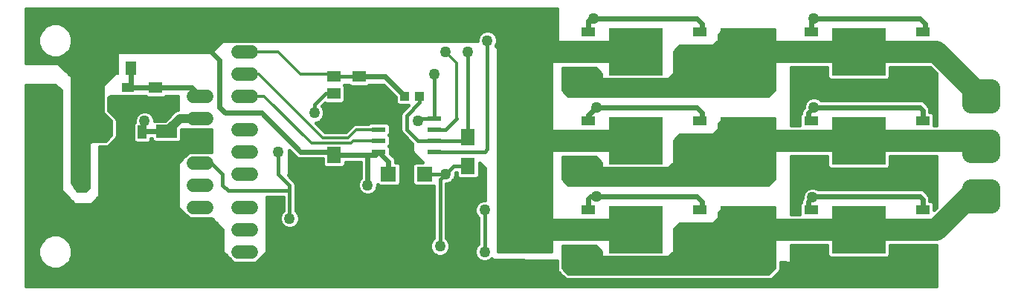
<source format=gbl>
G75*
%MOIN*%
%OFA0B0*%
%FSLAX25Y25*%
%IPPOS*%
%LPD*%
%AMOC8*
5,1,8,0,0,1.08239X$1,22.5*
%
%ADD10C,0.07500*%
%ADD11OC8,0.06300*%
%ADD12C,0.06300*%
%ADD13R,0.05512X0.04331*%
%ADD14R,0.06299X0.07480*%
%ADD15R,0.09449X0.05906*%
%ADD16R,0.07087X0.06693*%
%ADD17R,0.24409X0.21260*%
%ADD18R,0.06299X0.03937*%
%ADD19R,0.06400X0.02400*%
%ADD20R,0.21260X0.24409*%
%ADD21R,0.03937X0.06299*%
%ADD22R,0.05906X0.05118*%
%ADD23R,0.03937X0.04331*%
%ADD24R,0.05118X0.05906*%
%ADD25C,0.05937*%
%ADD26C,0.06000*%
%ADD27C,0.02400*%
%ADD28C,0.05000*%
%ADD29C,0.01600*%
%ADD30C,0.10000*%
%ADD31C,0.04000*%
%ADD32C,0.01200*%
%ADD33C,0.15000*%
%ADD34C,0.03962*%
D10*
X0047050Y0035550D02*
X0056550Y0035550D01*
X0056550Y0028050D01*
X0047050Y0028050D01*
X0047050Y0035550D01*
X0047050Y0035549D02*
X0056550Y0035549D01*
X0056550Y0139300D02*
X0047050Y0139300D01*
X0056550Y0139300D02*
X0056550Y0131800D01*
X0047050Y0131800D01*
X0047050Y0139300D01*
X0047050Y0139299D02*
X0056550Y0139299D01*
X0432050Y0103050D02*
X0441550Y0103050D01*
X0432050Y0103050D02*
X0432050Y0110550D01*
X0441550Y0110550D01*
X0441550Y0103050D01*
X0441550Y0110549D02*
X0432050Y0110549D01*
X0432050Y0080550D02*
X0441550Y0080550D01*
X0432050Y0080550D02*
X0432050Y0088050D01*
X0441550Y0088050D01*
X0441550Y0080550D01*
X0441550Y0088049D02*
X0432050Y0088049D01*
X0432050Y0058050D02*
X0441550Y0058050D01*
X0432050Y0058050D02*
X0432050Y0065550D01*
X0441550Y0065550D01*
X0441550Y0058050D01*
X0441550Y0065549D02*
X0432050Y0065549D01*
D11*
X0019800Y0066800D03*
X0019800Y0101800D03*
D12*
X0033800Y0101800D03*
X0033800Y0066800D03*
D13*
X0054300Y0102863D03*
X0054300Y0110737D03*
D14*
X0146800Y0093296D03*
X0146800Y0080304D03*
X0206800Y0075304D03*
X0206800Y0088296D03*
D15*
X0071800Y0090855D03*
X0071800Y0072745D03*
D16*
X0171229Y0071800D03*
X0187371Y0071800D03*
D17*
X0231957Y0086800D03*
X0281957Y0086800D03*
X0331957Y0086800D03*
X0381957Y0086800D03*
X0381957Y0046800D03*
X0331957Y0046800D03*
X0281957Y0046800D03*
X0231957Y0046800D03*
X0231957Y0126800D03*
X0281957Y0126800D03*
X0331957Y0126800D03*
X0381957Y0126800D03*
D18*
X0360698Y0117824D03*
X0360698Y0135776D03*
X0410698Y0135776D03*
X0410698Y0117824D03*
X0410698Y0095776D03*
X0410698Y0077824D03*
X0360698Y0077824D03*
X0360698Y0095776D03*
X0310698Y0095776D03*
X0310698Y0077824D03*
X0260698Y0077824D03*
X0260698Y0095776D03*
X0260698Y0117824D03*
X0260698Y0135776D03*
X0310698Y0135776D03*
X0310698Y0117824D03*
X0310698Y0055776D03*
X0360698Y0055776D03*
X0410698Y0055776D03*
X0410698Y0037824D03*
X0360698Y0037824D03*
X0310698Y0037824D03*
X0260698Y0037824D03*
X0260698Y0055776D03*
D19*
X0191800Y0081800D03*
X0191800Y0086800D03*
X0191800Y0091800D03*
X0191800Y0096800D03*
X0166800Y0096800D03*
X0166800Y0091800D03*
X0166800Y0086800D03*
X0166800Y0081800D03*
D20*
X0051800Y0061957D03*
D21*
X0042824Y0090698D03*
X0060776Y0090698D03*
D22*
X0066800Y0102954D03*
X0066800Y0110646D03*
X0146800Y0107954D03*
X0158050Y0107954D03*
X0158050Y0115646D03*
X0146800Y0115646D03*
D23*
X0178454Y0106800D03*
X0185146Y0106800D03*
D24*
X0055646Y0119300D03*
X0047954Y0119300D03*
D25*
X0103831Y0116800D02*
X0109769Y0116800D01*
X0109769Y0106800D02*
X0103831Y0106800D01*
X0103831Y0091800D02*
X0109769Y0091800D01*
X0109769Y0081800D02*
X0103831Y0081800D01*
X0103831Y0071800D02*
X0109769Y0071800D01*
X0109769Y0056800D02*
X0103831Y0056800D01*
X0103831Y0046800D02*
X0109769Y0046800D01*
X0109769Y0036800D02*
X0103831Y0036800D01*
X0103831Y0126800D02*
X0109769Y0126800D01*
D26*
X0089800Y0106800D02*
X0083800Y0106800D01*
X0083800Y0096800D02*
X0089800Y0096800D01*
X0089800Y0086800D02*
X0083800Y0086800D01*
X0083800Y0076800D02*
X0089800Y0076800D01*
X0089800Y0066800D02*
X0083800Y0066800D01*
X0083800Y0056800D02*
X0089800Y0056800D01*
D27*
X0054300Y0069300D02*
X0051800Y0066800D01*
X0051800Y0061957D01*
X0054300Y0069300D02*
X0054300Y0102863D01*
X0054391Y0102954D01*
X0066800Y0102954D01*
X0066800Y0110646D02*
X0056800Y0110646D01*
X0055646Y0111800D01*
X0055646Y0119300D01*
X0054300Y0110737D02*
X0054391Y0110646D01*
X0056800Y0110646D01*
X0066800Y0110646D02*
X0082954Y0110646D01*
X0086800Y0106800D01*
X0095550Y0101800D02*
X0095550Y0123050D01*
X0091800Y0126800D01*
X0158050Y0115646D02*
X0169607Y0115646D01*
X0178454Y0106800D01*
X0158050Y0107954D02*
X0158050Y0098050D01*
X0156800Y0096800D01*
X0151800Y0096800D01*
X0150304Y0096800D01*
X0146800Y0093296D01*
X0156800Y0096800D02*
X0166800Y0096800D01*
X0205304Y0086800D02*
X0206800Y0088296D01*
X0171229Y0077371D02*
X0166800Y0081800D01*
X0165304Y0080304D01*
X0161800Y0080304D01*
X0161800Y0066800D01*
X0171229Y0071800D02*
X0171229Y0077371D01*
X0161800Y0080304D02*
X0146800Y0080304D01*
X0146800Y0081800D02*
X0131800Y0081800D01*
X0114300Y0099300D01*
X0098050Y0099300D01*
X0095550Y0101800D01*
X0071800Y0090855D02*
X0063050Y0090855D01*
X0060934Y0090855D01*
X0060776Y0090698D01*
X0260698Y0095776D02*
X0260698Y0098198D01*
X0264300Y0101800D01*
X0309300Y0101800D01*
X0311800Y0099300D01*
X0311800Y0096879D01*
X0310698Y0095776D01*
X0286800Y0086800D02*
X0281957Y0086800D01*
X0276800Y0086800D01*
X0264300Y0061800D02*
X0261800Y0061800D01*
X0260698Y0060698D01*
X0260698Y0055776D01*
X0264300Y0061800D02*
X0309300Y0061800D01*
X0311800Y0059300D01*
X0311800Y0056879D01*
X0310698Y0055776D01*
X0359300Y0057174D02*
X0360698Y0055776D01*
X0359300Y0057174D02*
X0359300Y0059300D01*
X0361175Y0061175D01*
X0361800Y0061800D01*
X0366800Y0061800D01*
X0409300Y0061800D01*
X0410698Y0060402D01*
X0410698Y0055776D01*
X0410698Y0095776D02*
X0410698Y0100402D01*
X0409300Y0101800D01*
X0361800Y0101800D01*
X0359300Y0099300D01*
X0359300Y0097174D01*
X0360698Y0095776D01*
X0360698Y0135776D02*
X0360698Y0140698D01*
X0361800Y0141800D01*
X0409300Y0141800D01*
X0411800Y0139300D01*
X0411800Y0136879D01*
X0410698Y0135776D01*
X0311800Y0136879D02*
X0310698Y0135776D01*
X0311800Y0136879D02*
X0311800Y0139300D01*
X0309300Y0141800D01*
X0263050Y0141800D01*
X0261800Y0141800D01*
X0260698Y0140698D01*
X0260698Y0135776D01*
D28*
X0263050Y0141800D03*
X0215550Y0131800D03*
X0206800Y0126800D03*
X0196800Y0126800D03*
X0191800Y0116800D03*
X0138050Y0099300D03*
X0154300Y0095550D03*
X0184300Y0095550D03*
X0121800Y0081800D03*
X0161800Y0066800D03*
X0196800Y0071800D03*
X0214300Y0055550D03*
X0194300Y0039300D03*
X0214300Y0036800D03*
X0256800Y0036800D03*
X0264300Y0061800D03*
X0251800Y0076800D03*
X0264300Y0101800D03*
X0256800Y0116800D03*
X0361800Y0101800D03*
X0361800Y0141800D03*
X0361175Y0061175D03*
X0126800Y0051800D03*
X0051800Y0066800D03*
X0061800Y0095550D03*
D29*
X0008800Y0111800D02*
X0008800Y0021300D01*
X0416800Y0021300D01*
X0416800Y0039800D01*
X0396162Y0039800D01*
X0396162Y0035342D01*
X0394991Y0034170D01*
X0368924Y0034170D01*
X0367753Y0035342D01*
X0367753Y0039800D01*
X0351800Y0039800D01*
X0351800Y0031800D01*
X0346900Y0031846D01*
X0346900Y0028783D01*
X0346504Y0027827D01*
X0344004Y0025327D01*
X0343273Y0024596D01*
X0342317Y0024200D01*
X0251283Y0024200D01*
X0250327Y0024596D01*
X0247827Y0027096D01*
X0247096Y0027827D01*
X0246700Y0028783D01*
X0246700Y0032782D01*
X0218050Y0033050D01*
X0217482Y0033618D01*
X0216849Y0032985D01*
X0215195Y0032300D01*
X0213405Y0032300D01*
X0211751Y0032985D01*
X0210485Y0034251D01*
X0209800Y0035905D01*
X0209800Y0037695D01*
X0210485Y0039349D01*
X0211500Y0040364D01*
X0211500Y0051986D01*
X0210485Y0053001D01*
X0209800Y0054655D01*
X0209800Y0056445D01*
X0210485Y0058099D01*
X0211751Y0059365D01*
X0213405Y0060050D01*
X0214300Y0060050D01*
X0214300Y0074300D01*
X0211950Y0076650D01*
X0211950Y0070735D01*
X0210778Y0069564D01*
X0202822Y0069564D01*
X0201650Y0070735D01*
X0201650Y0072504D01*
X0201464Y0072504D01*
X0201300Y0072340D01*
X0201300Y0070905D01*
X0200615Y0069251D01*
X0199349Y0067985D01*
X0197695Y0067300D01*
X0197100Y0067300D01*
X0197100Y0042864D01*
X0198115Y0041849D01*
X0198800Y0040195D01*
X0198800Y0038405D01*
X0198115Y0036751D01*
X0196849Y0035485D01*
X0195195Y0034800D01*
X0193405Y0034800D01*
X0191751Y0035485D01*
X0190485Y0036751D01*
X0189800Y0038405D01*
X0189800Y0040195D01*
X0190485Y0041849D01*
X0191500Y0042864D01*
X0191500Y0066454D01*
X0182999Y0066454D01*
X0181828Y0067625D01*
X0181828Y0075975D01*
X0182999Y0077146D01*
X0186454Y0077146D01*
X0181800Y0081800D01*
X0181800Y0085340D01*
X0176926Y0090214D01*
X0176500Y0091243D01*
X0176500Y0098607D01*
X0176926Y0099636D01*
X0177714Y0100424D01*
X0179925Y0102635D01*
X0175657Y0102635D01*
X0174485Y0103806D01*
X0174485Y0106243D01*
X0168928Y0111800D01*
X0162544Y0111800D01*
X0161831Y0111087D01*
X0154269Y0111087D01*
X0153556Y0111800D01*
X0151294Y0111800D01*
X0151294Y0111800D01*
X0151753Y0111341D01*
X0151753Y0104566D01*
X0150581Y0103394D01*
X0143019Y0103394D01*
X0142687Y0103727D01*
X0141337Y0102377D01*
X0141865Y0101849D01*
X0142550Y0100195D01*
X0142550Y0098405D01*
X0141865Y0096751D01*
X0140599Y0095485D01*
X0138945Y0094800D01*
X0138727Y0094800D01*
X0142877Y0090650D01*
X0151973Y0090650D01*
X0155327Y0094004D01*
X0156283Y0094400D01*
X0162172Y0094400D01*
X0162772Y0095000D01*
X0170828Y0095000D01*
X0172000Y0093828D01*
X0172000Y0089772D01*
X0171528Y0089300D01*
X0172000Y0088828D01*
X0172000Y0084772D01*
X0171528Y0084300D01*
X0172000Y0083828D01*
X0172000Y0081125D01*
X0173942Y0079184D01*
X0174429Y0078007D01*
X0174429Y0077146D01*
X0175601Y0077146D01*
X0176772Y0075975D01*
X0176772Y0067625D01*
X0175601Y0066454D01*
X0166857Y0066454D01*
X0166300Y0067011D01*
X0166300Y0065905D01*
X0165615Y0064251D01*
X0164349Y0062985D01*
X0162695Y0062300D01*
X0160905Y0062300D01*
X0159251Y0062985D01*
X0157985Y0064251D01*
X0157300Y0065905D01*
X0157300Y0067695D01*
X0157985Y0069349D01*
X0158600Y0069964D01*
X0158600Y0077104D01*
X0151950Y0077104D01*
X0151950Y0075735D01*
X0150778Y0074564D01*
X0142822Y0074564D01*
X0141650Y0075735D01*
X0141650Y0078600D01*
X0131163Y0078600D01*
X0129987Y0079087D01*
X0126800Y0082275D01*
X0126800Y0071800D01*
X0126280Y0071280D01*
X0129174Y0068386D01*
X0129600Y0067357D01*
X0129600Y0055364D01*
X0130615Y0054349D01*
X0131300Y0052695D01*
X0131300Y0050905D01*
X0130615Y0049251D01*
X0129349Y0047985D01*
X0127695Y0047300D01*
X0125905Y0047300D01*
X0124251Y0047985D01*
X0122985Y0049251D01*
X0122300Y0050905D01*
X0122300Y0052695D01*
X0122985Y0054349D01*
X0124000Y0055364D01*
X0124000Y0061500D01*
X0116800Y0061500D01*
X0116800Y0036800D01*
X0111800Y0031800D01*
X0101800Y0031800D01*
X0096800Y0036800D01*
X0096800Y0046800D01*
X0091800Y0051800D01*
X0081800Y0051800D01*
X0081089Y0052511D01*
X0080968Y0052561D01*
X0079561Y0053968D01*
X0079511Y0054089D01*
X0076800Y0056800D01*
X0076800Y0076800D01*
X0079511Y0079511D01*
X0079561Y0079632D01*
X0080968Y0081039D01*
X0081089Y0081089D01*
X0081800Y0081800D01*
X0091800Y0081800D01*
X0091800Y0091800D01*
X0078524Y0091800D01*
X0078524Y0087074D01*
X0077353Y0085902D01*
X0066247Y0085902D01*
X0065076Y0087074D01*
X0065076Y0087655D01*
X0064745Y0087655D01*
X0064745Y0086720D01*
X0063573Y0085548D01*
X0057979Y0085548D01*
X0056808Y0086720D01*
X0056808Y0094676D01*
X0057300Y0095168D01*
X0057300Y0096445D01*
X0057985Y0098099D01*
X0059251Y0099365D01*
X0060905Y0100050D01*
X0062695Y0100050D01*
X0064349Y0099365D01*
X0065615Y0098099D01*
X0066300Y0096445D01*
X0066300Y0095808D01*
X0071096Y0095808D01*
X0075479Y0100191D01*
X0076800Y0100738D01*
X0076800Y0106800D01*
X0071294Y0106800D01*
X0070581Y0106087D01*
X0063019Y0106087D01*
X0062306Y0106800D01*
X0058113Y0106800D01*
X0057884Y0106572D01*
X0050716Y0106572D01*
X0050487Y0106800D01*
X0046800Y0106800D01*
X0045850Y0105850D01*
X0045850Y0100460D01*
X0049174Y0097136D01*
X0049600Y0096107D01*
X0049600Y0088743D01*
X0049174Y0087714D01*
X0048386Y0086926D01*
X0045886Y0084426D01*
X0044857Y0084000D01*
X0041800Y0084000D01*
X0041800Y0061800D01*
X0038050Y0058050D01*
X0030550Y0058050D01*
X0024300Y0064300D01*
X0024300Y0109300D01*
X0021800Y0111800D01*
X0008800Y0111800D01*
X0008800Y0110415D02*
X0023185Y0110415D01*
X0024300Y0108817D02*
X0008800Y0108817D01*
X0008800Y0107218D02*
X0024300Y0107218D01*
X0024300Y0105620D02*
X0008800Y0105620D01*
X0008800Y0104021D02*
X0024300Y0104021D01*
X0024300Y0102423D02*
X0008800Y0102423D01*
X0008800Y0100824D02*
X0024300Y0100824D01*
X0024300Y0099226D02*
X0008800Y0099226D01*
X0008800Y0097627D02*
X0024300Y0097627D01*
X0024300Y0096029D02*
X0008800Y0096029D01*
X0008800Y0094430D02*
X0024300Y0094430D01*
X0024300Y0092832D02*
X0008800Y0092832D01*
X0008800Y0091233D02*
X0024300Y0091233D01*
X0024300Y0089634D02*
X0008800Y0089634D01*
X0008800Y0088036D02*
X0024300Y0088036D01*
X0024300Y0086437D02*
X0008800Y0086437D01*
X0008800Y0084839D02*
X0024300Y0084839D01*
X0024300Y0083240D02*
X0008800Y0083240D01*
X0008800Y0081642D02*
X0024300Y0081642D01*
X0024300Y0080043D02*
X0008800Y0080043D01*
X0008800Y0078445D02*
X0024300Y0078445D01*
X0024300Y0076846D02*
X0008800Y0076846D01*
X0008800Y0075248D02*
X0024300Y0075248D01*
X0024300Y0073649D02*
X0008800Y0073649D01*
X0008800Y0072051D02*
X0024300Y0072051D01*
X0024300Y0070452D02*
X0008800Y0070452D01*
X0008800Y0068854D02*
X0024300Y0068854D01*
X0024300Y0067255D02*
X0008800Y0067255D01*
X0008800Y0065657D02*
X0024300Y0065657D01*
X0024542Y0064058D02*
X0008800Y0064058D01*
X0008800Y0062460D02*
X0026140Y0062460D01*
X0027739Y0060861D02*
X0008800Y0060861D01*
X0008800Y0059263D02*
X0029337Y0059263D01*
X0039263Y0059263D02*
X0076800Y0059263D01*
X0076800Y0060861D02*
X0040861Y0060861D01*
X0041800Y0062460D02*
X0076800Y0062460D01*
X0076800Y0064058D02*
X0041800Y0064058D01*
X0041800Y0065657D02*
X0076800Y0065657D01*
X0076800Y0067255D02*
X0041800Y0067255D01*
X0041800Y0068854D02*
X0076800Y0068854D01*
X0076800Y0070452D02*
X0041800Y0070452D01*
X0041800Y0072051D02*
X0076800Y0072051D01*
X0076800Y0073649D02*
X0041800Y0073649D01*
X0041800Y0075248D02*
X0076800Y0075248D01*
X0076846Y0076846D02*
X0041800Y0076846D01*
X0041800Y0078445D02*
X0078445Y0078445D01*
X0079972Y0080043D02*
X0041800Y0080043D01*
X0041800Y0081642D02*
X0081642Y0081642D01*
X0091800Y0083240D02*
X0041800Y0083240D01*
X0046299Y0084839D02*
X0091800Y0084839D01*
X0091800Y0086437D02*
X0077888Y0086437D01*
X0078524Y0088036D02*
X0091800Y0088036D01*
X0091800Y0089634D02*
X0078524Y0089634D01*
X0078524Y0091233D02*
X0091800Y0091233D01*
X0086800Y0086800D02*
X0081800Y0086800D01*
X0071800Y0076800D01*
X0071800Y0072745D01*
X0086800Y0076800D02*
X0091800Y0076800D01*
X0096800Y0071800D01*
X0096800Y0066800D01*
X0099300Y0064300D01*
X0126800Y0064300D01*
X0126800Y0066800D01*
X0121800Y0071800D01*
X0121800Y0081800D01*
X0126800Y0081642D02*
X0127433Y0081642D01*
X0126800Y0080043D02*
X0129031Y0080043D01*
X0126800Y0078445D02*
X0141650Y0078445D01*
X0141650Y0076846D02*
X0126800Y0076846D01*
X0126800Y0075248D02*
X0142138Y0075248D01*
X0151462Y0075248D02*
X0158600Y0075248D01*
X0158600Y0076846D02*
X0151950Y0076846D01*
X0146800Y0080304D02*
X0146800Y0081800D01*
X0158600Y0073649D02*
X0126800Y0073649D01*
X0126800Y0072051D02*
X0158600Y0072051D01*
X0158600Y0070452D02*
X0127107Y0070452D01*
X0128706Y0068854D02*
X0157780Y0068854D01*
X0157300Y0067255D02*
X0129600Y0067255D01*
X0129600Y0065657D02*
X0157403Y0065657D01*
X0158178Y0064058D02*
X0129600Y0064058D01*
X0129600Y0062460D02*
X0160519Y0062460D01*
X0163081Y0062460D02*
X0191500Y0062460D01*
X0191500Y0064058D02*
X0165422Y0064058D01*
X0166197Y0065657D02*
X0191500Y0065657D01*
X0197100Y0065657D02*
X0214300Y0065657D01*
X0214300Y0067255D02*
X0197100Y0067255D01*
X0194300Y0069300D02*
X0196800Y0071800D01*
X0200304Y0075304D01*
X0206800Y0075304D01*
X0211950Y0075248D02*
X0213352Y0075248D01*
X0214300Y0073649D02*
X0211950Y0073649D01*
X0211950Y0072051D02*
X0214300Y0072051D01*
X0214300Y0070452D02*
X0211667Y0070452D01*
X0214300Y0068854D02*
X0200218Y0068854D01*
X0201113Y0070452D02*
X0201933Y0070452D01*
X0201650Y0072051D02*
X0201300Y0072051D01*
X0196800Y0071800D02*
X0187371Y0071800D01*
X0181828Y0072051D02*
X0176772Y0072051D01*
X0176772Y0073649D02*
X0181828Y0073649D01*
X0181828Y0075248D02*
X0176772Y0075248D01*
X0175901Y0076846D02*
X0182699Y0076846D01*
X0185155Y0078445D02*
X0174248Y0078445D01*
X0173082Y0080043D02*
X0183557Y0080043D01*
X0181958Y0081642D02*
X0172000Y0081642D01*
X0172000Y0083240D02*
X0181800Y0083240D01*
X0181800Y0084839D02*
X0172000Y0084839D01*
X0172000Y0086437D02*
X0180703Y0086437D01*
X0179104Y0088036D02*
X0172000Y0088036D01*
X0171863Y0089634D02*
X0177506Y0089634D01*
X0176504Y0091233D02*
X0172000Y0091233D01*
X0172000Y0092832D02*
X0176500Y0092832D01*
X0176500Y0094430D02*
X0171398Y0094430D01*
X0176500Y0096029D02*
X0141143Y0096029D01*
X0142228Y0097627D02*
X0176500Y0097627D01*
X0176756Y0099226D02*
X0142550Y0099226D01*
X0142289Y0100824D02*
X0178114Y0100824D01*
X0179713Y0102423D02*
X0141382Y0102423D01*
X0138050Y0103050D02*
X0138050Y0099300D01*
X0138050Y0103050D02*
X0142954Y0107954D01*
X0146800Y0107954D01*
X0151753Y0107218D02*
X0173510Y0107218D01*
X0174485Y0105620D02*
X0151753Y0105620D01*
X0151208Y0104021D02*
X0174485Y0104021D01*
X0177300Y0107954D02*
X0178454Y0106800D01*
X0185146Y0106800D02*
X0185146Y0103896D01*
X0179300Y0098050D01*
X0179300Y0091800D01*
X0184300Y0086800D01*
X0191800Y0086800D01*
X0206800Y0086800D01*
X0206800Y0088296D01*
X0206800Y0126800D01*
X0219357Y0129243D02*
X0221800Y0126800D01*
X0246800Y0126800D01*
X0246800Y0146001D01*
X0041800Y0146001D01*
X0041800Y0126800D01*
X0091800Y0126800D01*
X0096800Y0131800D01*
X0211050Y0131800D01*
X0211050Y0132695D01*
X0211735Y0134349D01*
X0213001Y0135615D01*
X0214655Y0136300D01*
X0216445Y0136300D01*
X0218099Y0135615D01*
X0219365Y0134349D01*
X0220050Y0132695D01*
X0220050Y0130905D01*
X0219365Y0129251D01*
X0219357Y0129243D01*
X0219508Y0129597D02*
X0246800Y0129597D01*
X0246800Y0127999D02*
X0220601Y0127999D01*
X0220050Y0131196D02*
X0246800Y0131196D01*
X0246800Y0132794D02*
X0220009Y0132794D01*
X0219321Y0134393D02*
X0246800Y0134393D01*
X0246800Y0135991D02*
X0217190Y0135991D01*
X0213910Y0135991D02*
X0041800Y0135991D01*
X0041800Y0134393D02*
X0211779Y0134393D01*
X0211091Y0132794D02*
X0041800Y0132794D01*
X0041800Y0131196D02*
X0096196Y0131196D01*
X0094597Y0129597D02*
X0041800Y0129597D01*
X0041800Y0127999D02*
X0092999Y0127999D01*
X0049300Y0127999D02*
X0028569Y0127999D01*
X0028335Y0127433D02*
X0029509Y0130267D01*
X0029509Y0133333D01*
X0028335Y0136167D01*
X0026167Y0138335D01*
X0023333Y0139509D01*
X0020267Y0139509D01*
X0017433Y0138335D01*
X0015265Y0136167D01*
X0014091Y0133333D01*
X0014091Y0130267D01*
X0015265Y0127433D01*
X0017433Y0125265D01*
X0020267Y0124091D01*
X0023333Y0124091D01*
X0026167Y0125265D01*
X0028335Y0127433D01*
X0027302Y0126400D02*
X0049300Y0126400D01*
X0049300Y0124802D02*
X0025048Y0124802D01*
X0018552Y0124802D02*
X0008800Y0124802D01*
X0008800Y0126400D02*
X0016298Y0126400D01*
X0015031Y0127999D02*
X0008800Y0127999D01*
X0008800Y0129597D02*
X0014369Y0129597D01*
X0014091Y0131196D02*
X0008800Y0131196D01*
X0008800Y0132794D02*
X0014091Y0132794D01*
X0014530Y0134393D02*
X0008800Y0134393D01*
X0008800Y0135991D02*
X0015192Y0135991D01*
X0016688Y0137590D02*
X0008800Y0137590D01*
X0008800Y0139188D02*
X0019493Y0139188D01*
X0024107Y0139188D02*
X0049300Y0139188D01*
X0049300Y0137590D02*
X0026912Y0137590D01*
X0028408Y0135991D02*
X0049300Y0135991D01*
X0049300Y0134393D02*
X0029070Y0134393D01*
X0029509Y0132794D02*
X0049300Y0132794D01*
X0049300Y0131196D02*
X0029509Y0131196D01*
X0029231Y0129597D02*
X0049300Y0129597D01*
X0049300Y0123203D02*
X0008800Y0123203D01*
X0008800Y0121800D02*
X0008800Y0146001D01*
X0049300Y0146001D01*
X0049300Y0118050D01*
X0043050Y0111800D01*
X0043050Y0099300D01*
X0046800Y0095550D01*
X0046800Y0089300D01*
X0044300Y0086800D01*
X0038050Y0086800D01*
X0036800Y0085550D01*
X0036800Y0065550D01*
X0035550Y0064300D01*
X0031800Y0064300D01*
X0029300Y0068050D01*
X0029300Y0115550D01*
X0023050Y0121800D01*
X0008800Y0121800D01*
X0023245Y0121605D02*
X0049300Y0121605D01*
X0049300Y0120006D02*
X0024844Y0120006D01*
X0026442Y0118408D02*
X0049300Y0118408D01*
X0048059Y0116809D02*
X0028041Y0116809D01*
X0029300Y0115211D02*
X0046461Y0115211D01*
X0044862Y0113612D02*
X0029300Y0113612D01*
X0029300Y0112014D02*
X0043264Y0112014D01*
X0043050Y0110415D02*
X0029300Y0110415D01*
X0029300Y0108817D02*
X0043050Y0108817D01*
X0043050Y0107218D02*
X0029300Y0107218D01*
X0029300Y0105620D02*
X0043050Y0105620D01*
X0043050Y0104021D02*
X0029300Y0104021D01*
X0029300Y0102423D02*
X0043050Y0102423D01*
X0043050Y0100824D02*
X0029300Y0100824D01*
X0029300Y0099226D02*
X0043124Y0099226D01*
X0044723Y0097627D02*
X0029300Y0097627D01*
X0029300Y0096029D02*
X0046321Y0096029D01*
X0046800Y0094430D02*
X0029300Y0094430D01*
X0029300Y0092832D02*
X0046800Y0092832D01*
X0046800Y0091233D02*
X0029300Y0091233D01*
X0029300Y0089634D02*
X0046800Y0089634D01*
X0045536Y0088036D02*
X0029300Y0088036D01*
X0029300Y0086437D02*
X0037687Y0086437D01*
X0036800Y0084839D02*
X0029300Y0084839D01*
X0029300Y0083240D02*
X0036800Y0083240D01*
X0036800Y0081642D02*
X0029300Y0081642D01*
X0029300Y0080043D02*
X0036800Y0080043D01*
X0036800Y0078445D02*
X0029300Y0078445D01*
X0029300Y0076846D02*
X0036800Y0076846D01*
X0036800Y0075248D02*
X0029300Y0075248D01*
X0029300Y0073649D02*
X0036800Y0073649D01*
X0036800Y0072051D02*
X0029300Y0072051D01*
X0029300Y0070452D02*
X0036800Y0070452D01*
X0036800Y0068854D02*
X0029300Y0068854D01*
X0029830Y0067255D02*
X0036800Y0067255D01*
X0036800Y0065657D02*
X0030895Y0065657D01*
X0008800Y0057664D02*
X0076800Y0057664D01*
X0077534Y0056066D02*
X0008800Y0056066D01*
X0008800Y0054467D02*
X0079133Y0054467D01*
X0080660Y0052869D02*
X0008800Y0052869D01*
X0008800Y0051270D02*
X0092330Y0051270D01*
X0093928Y0049672D02*
X0008800Y0049672D01*
X0008800Y0048073D02*
X0095527Y0048073D01*
X0096800Y0046475D02*
X0008800Y0046475D01*
X0008800Y0044876D02*
X0096800Y0044876D01*
X0096800Y0043278D02*
X0026224Y0043278D01*
X0026167Y0043335D02*
X0023333Y0044509D01*
X0020267Y0044509D01*
X0017433Y0043335D01*
X0015265Y0041167D01*
X0014091Y0038333D01*
X0014091Y0035267D01*
X0015265Y0032433D01*
X0017433Y0030265D01*
X0020267Y0029091D01*
X0023333Y0029091D01*
X0026167Y0030265D01*
X0028335Y0032433D01*
X0029509Y0035267D01*
X0029509Y0038333D01*
X0028335Y0041167D01*
X0026167Y0043335D01*
X0027823Y0041679D02*
X0096800Y0041679D01*
X0096800Y0040081D02*
X0028785Y0040081D01*
X0029447Y0038482D02*
X0096800Y0038482D01*
X0096800Y0036884D02*
X0029509Y0036884D01*
X0029509Y0035285D02*
X0098315Y0035285D01*
X0099913Y0033687D02*
X0028854Y0033687D01*
X0027990Y0032088D02*
X0101512Y0032088D01*
X0112088Y0032088D02*
X0246700Y0032088D01*
X0246700Y0030490D02*
X0026391Y0030490D01*
X0017209Y0030490D02*
X0008800Y0030490D01*
X0008800Y0032088D02*
X0015610Y0032088D01*
X0014746Y0033687D02*
X0008800Y0033687D01*
X0008800Y0035285D02*
X0014091Y0035285D01*
X0014091Y0036884D02*
X0008800Y0036884D01*
X0008800Y0038482D02*
X0014153Y0038482D01*
X0014815Y0040081D02*
X0008800Y0040081D01*
X0008800Y0041679D02*
X0015777Y0041679D01*
X0017376Y0043278D02*
X0008800Y0043278D01*
X0008800Y0028891D02*
X0246700Y0028891D01*
X0247630Y0027293D02*
X0008800Y0027293D01*
X0008800Y0025694D02*
X0249229Y0025694D01*
X0256800Y0036800D02*
X0259674Y0036800D01*
X0260698Y0037824D01*
X0214300Y0036800D02*
X0214300Y0055550D01*
X0210305Y0057664D02*
X0197100Y0057664D01*
X0197100Y0056066D02*
X0209800Y0056066D01*
X0209878Y0054467D02*
X0197100Y0054467D01*
X0197100Y0052869D02*
X0210617Y0052869D01*
X0211500Y0051270D02*
X0197100Y0051270D01*
X0197100Y0049672D02*
X0211500Y0049672D01*
X0211500Y0048073D02*
X0197100Y0048073D01*
X0197100Y0046475D02*
X0211500Y0046475D01*
X0211500Y0044876D02*
X0197100Y0044876D01*
X0197100Y0043278D02*
X0211500Y0043278D01*
X0211500Y0041679D02*
X0198185Y0041679D01*
X0198800Y0040081D02*
X0211217Y0040081D01*
X0210126Y0038482D02*
X0198800Y0038482D01*
X0198170Y0036884D02*
X0209800Y0036884D01*
X0210057Y0035285D02*
X0196366Y0035285D01*
X0192234Y0035285D02*
X0115285Y0035285D01*
X0116800Y0036884D02*
X0190430Y0036884D01*
X0189800Y0038482D02*
X0116800Y0038482D01*
X0116800Y0040081D02*
X0189800Y0040081D01*
X0190415Y0041679D02*
X0116800Y0041679D01*
X0116800Y0043278D02*
X0191500Y0043278D01*
X0191500Y0044876D02*
X0116800Y0044876D01*
X0116800Y0046475D02*
X0191500Y0046475D01*
X0191500Y0048073D02*
X0129437Y0048073D01*
X0130789Y0049672D02*
X0191500Y0049672D01*
X0191500Y0051270D02*
X0131300Y0051270D01*
X0131228Y0052869D02*
X0191500Y0052869D01*
X0191500Y0054467D02*
X0130497Y0054467D01*
X0129600Y0056066D02*
X0191500Y0056066D01*
X0191500Y0057664D02*
X0129600Y0057664D01*
X0129600Y0059263D02*
X0191500Y0059263D01*
X0191500Y0060861D02*
X0129600Y0060861D01*
X0124000Y0060861D02*
X0116800Y0060861D01*
X0116800Y0059263D02*
X0124000Y0059263D01*
X0124000Y0057664D02*
X0116800Y0057664D01*
X0116800Y0056066D02*
X0124000Y0056066D01*
X0123103Y0054467D02*
X0116800Y0054467D01*
X0116800Y0052869D02*
X0122372Y0052869D01*
X0122300Y0051270D02*
X0116800Y0051270D01*
X0116800Y0049672D02*
X0122811Y0049672D01*
X0124163Y0048073D02*
X0116800Y0048073D01*
X0126800Y0051800D02*
X0126800Y0064300D01*
X0176403Y0067255D02*
X0182197Y0067255D01*
X0181828Y0068854D02*
X0176772Y0068854D01*
X0176772Y0070452D02*
X0181828Y0070452D01*
X0194300Y0069300D02*
X0194300Y0039300D01*
X0211049Y0033687D02*
X0113687Y0033687D01*
X0197100Y0059263D02*
X0211649Y0059263D01*
X0214300Y0060861D02*
X0197100Y0060861D01*
X0197100Y0062460D02*
X0214300Y0062460D01*
X0214300Y0064058D02*
X0197100Y0064058D01*
X0191800Y0081800D02*
X0214300Y0081800D01*
X0215550Y0083050D01*
X0215550Y0131800D01*
X0246800Y0137590D02*
X0041800Y0137590D01*
X0041800Y0139188D02*
X0246800Y0139188D01*
X0246800Y0140787D02*
X0041800Y0140787D01*
X0041800Y0142385D02*
X0246800Y0142385D01*
X0246800Y0143984D02*
X0041800Y0143984D01*
X0041800Y0145582D02*
X0246800Y0145582D01*
X0260698Y0117824D02*
X0259674Y0116800D01*
X0256800Y0116800D01*
X0201800Y0096800D02*
X0196800Y0091800D01*
X0191800Y0091800D01*
X0185550Y0096800D02*
X0184300Y0095550D01*
X0185550Y0096800D02*
X0191800Y0096800D01*
X0191800Y0116800D01*
X0171911Y0108817D02*
X0151753Y0108817D01*
X0151753Y0110415D02*
X0170313Y0110415D01*
X0158050Y0115646D02*
X0146800Y0115646D01*
X0151800Y0096800D02*
X0153050Y0096800D01*
X0154300Y0095550D01*
X0154300Y0094300D02*
X0151800Y0096800D01*
X0153050Y0096800D02*
X0154300Y0096800D01*
X0156800Y0094300D01*
X0154300Y0094300D01*
X0154155Y0092832D02*
X0140695Y0092832D01*
X0139097Y0094430D02*
X0162202Y0094430D01*
X0152556Y0091233D02*
X0142294Y0091233D01*
X0076800Y0100824D02*
X0045850Y0100824D01*
X0045850Y0102423D02*
X0076800Y0102423D01*
X0076800Y0104021D02*
X0045850Y0104021D01*
X0045850Y0105620D02*
X0076800Y0105620D01*
X0074514Y0099226D02*
X0064488Y0099226D01*
X0065810Y0097627D02*
X0072915Y0097627D01*
X0071317Y0096029D02*
X0066300Y0096029D01*
X0059112Y0099226D02*
X0047084Y0099226D01*
X0048683Y0097627D02*
X0057790Y0097627D01*
X0057300Y0096029D02*
X0049600Y0096029D01*
X0049600Y0094430D02*
X0056808Y0094430D01*
X0056808Y0092832D02*
X0049600Y0092832D01*
X0049600Y0091233D02*
X0056808Y0091233D01*
X0056808Y0089634D02*
X0049600Y0089634D01*
X0049307Y0088036D02*
X0056808Y0088036D01*
X0057090Y0086437D02*
X0047897Y0086437D01*
X0064463Y0086437D02*
X0065712Y0086437D01*
X0049300Y0140787D02*
X0008800Y0140787D01*
X0008800Y0142385D02*
X0049300Y0142385D01*
X0049300Y0143984D02*
X0008800Y0143984D01*
X0008800Y0145582D02*
X0049300Y0145582D01*
X0251800Y0076800D02*
X0259674Y0076800D01*
X0260698Y0077824D01*
X0351800Y0078445D02*
X0367753Y0078445D01*
X0367753Y0079800D02*
X0367753Y0075342D01*
X0368924Y0074170D01*
X0394991Y0074170D01*
X0396162Y0075342D01*
X0396162Y0079800D01*
X0416800Y0079800D01*
X0416800Y0056699D01*
X0415847Y0055747D01*
X0415847Y0058573D01*
X0414676Y0059745D01*
X0413898Y0059745D01*
X0413898Y0061039D01*
X0413410Y0062215D01*
X0412013Y0063613D01*
X0411113Y0064513D01*
X0409937Y0065000D01*
X0363700Y0065000D01*
X0362070Y0065675D01*
X0360280Y0065675D01*
X0358626Y0064990D01*
X0357360Y0063724D01*
X0356675Y0062070D01*
X0356675Y0061200D01*
X0356587Y0061113D01*
X0356100Y0059937D01*
X0356100Y0059125D01*
X0355548Y0058573D01*
X0355548Y0053800D01*
X0351800Y0053800D01*
X0351800Y0079800D01*
X0367753Y0079800D01*
X0367753Y0076846D02*
X0351800Y0076846D01*
X0351800Y0075248D02*
X0367847Y0075248D01*
X0351800Y0073649D02*
X0416800Y0073649D01*
X0416800Y0072051D02*
X0351800Y0072051D01*
X0351800Y0070452D02*
X0416800Y0070452D01*
X0416800Y0068854D02*
X0351800Y0068854D01*
X0351800Y0067255D02*
X0416800Y0067255D01*
X0416800Y0065657D02*
X0362114Y0065657D01*
X0360236Y0065657D02*
X0351800Y0065657D01*
X0351800Y0064058D02*
X0357694Y0064058D01*
X0356836Y0062460D02*
X0351800Y0062460D01*
X0351800Y0060861D02*
X0356483Y0060861D01*
X0356100Y0059263D02*
X0351800Y0059263D01*
X0351800Y0057664D02*
X0355548Y0057664D01*
X0355548Y0056066D02*
X0351800Y0056066D01*
X0351800Y0054467D02*
X0355548Y0054467D01*
X0361175Y0061175D02*
X0366175Y0061175D01*
X0366800Y0061800D01*
X0396068Y0075248D02*
X0416800Y0075248D01*
X0416800Y0076846D02*
X0396162Y0076846D01*
X0396162Y0078445D02*
X0416800Y0078445D01*
X0416800Y0064058D02*
X0411567Y0064058D01*
X0413166Y0062460D02*
X0416800Y0062460D01*
X0416800Y0060861D02*
X0413898Y0060861D01*
X0415158Y0059263D02*
X0416800Y0059263D01*
X0416800Y0057664D02*
X0415847Y0057664D01*
X0415847Y0056066D02*
X0416166Y0056066D01*
X0416800Y0038482D02*
X0396162Y0038482D01*
X0396162Y0036884D02*
X0416800Y0036884D01*
X0416800Y0035285D02*
X0396106Y0035285D01*
X0416800Y0033687D02*
X0351800Y0033687D01*
X0351800Y0035285D02*
X0367809Y0035285D01*
X0367753Y0036884D02*
X0351800Y0036884D01*
X0351800Y0038482D02*
X0367753Y0038482D01*
X0351800Y0032088D02*
X0416800Y0032088D01*
X0416800Y0030490D02*
X0346900Y0030490D01*
X0346900Y0028891D02*
X0416800Y0028891D01*
X0416800Y0027293D02*
X0345970Y0027293D01*
X0344371Y0025694D02*
X0416800Y0025694D01*
X0416800Y0024096D02*
X0008800Y0024096D01*
X0008800Y0022497D02*
X0416800Y0022497D01*
X0416800Y0093800D02*
X0415847Y0093800D01*
X0415847Y0098573D01*
X0414676Y0099745D01*
X0413898Y0099745D01*
X0413898Y0101039D01*
X0413410Y0102215D01*
X0412013Y0103613D01*
X0411113Y0104513D01*
X0409937Y0105000D01*
X0364964Y0105000D01*
X0364349Y0105615D01*
X0362695Y0106300D01*
X0360905Y0106300D01*
X0359251Y0105615D01*
X0357985Y0104349D01*
X0357300Y0102695D01*
X0357300Y0101825D01*
X0356587Y0101113D01*
X0356100Y0099937D01*
X0356100Y0099125D01*
X0355548Y0098573D01*
X0355548Y0093800D01*
X0351800Y0093800D01*
X0351800Y0119800D01*
X0367753Y0119800D01*
X0367753Y0115342D01*
X0368924Y0114170D01*
X0394991Y0114170D01*
X0396162Y0115342D01*
X0396162Y0119800D01*
X0413901Y0119800D01*
X0416800Y0116901D01*
X0416800Y0093800D01*
X0416800Y0094430D02*
X0415847Y0094430D01*
X0415847Y0096029D02*
X0416800Y0096029D01*
X0416800Y0097627D02*
X0415847Y0097627D01*
X0415195Y0099226D02*
X0416800Y0099226D01*
X0416800Y0100824D02*
X0413898Y0100824D01*
X0413203Y0102423D02*
X0416800Y0102423D01*
X0416800Y0104021D02*
X0411604Y0104021D01*
X0416800Y0105620D02*
X0364338Y0105620D01*
X0359262Y0105620D02*
X0351800Y0105620D01*
X0351800Y0107218D02*
X0416800Y0107218D01*
X0416800Y0108817D02*
X0351800Y0108817D01*
X0351800Y0110415D02*
X0416800Y0110415D01*
X0416800Y0112014D02*
X0351800Y0112014D01*
X0351800Y0113612D02*
X0416800Y0113612D01*
X0416800Y0115211D02*
X0396031Y0115211D01*
X0396162Y0116809D02*
X0416800Y0116809D01*
X0415293Y0118408D02*
X0396162Y0118408D01*
X0367753Y0118408D02*
X0351800Y0118408D01*
X0351800Y0116809D02*
X0367753Y0116809D01*
X0367884Y0115211D02*
X0351800Y0115211D01*
X0351800Y0104021D02*
X0357849Y0104021D01*
X0357300Y0102423D02*
X0351800Y0102423D01*
X0351800Y0100824D02*
X0356468Y0100824D01*
X0356100Y0099226D02*
X0351800Y0099226D01*
X0351800Y0097627D02*
X0355548Y0097627D01*
X0355548Y0096029D02*
X0351800Y0096029D01*
X0351800Y0094430D02*
X0355548Y0094430D01*
D30*
X0331957Y0086800D02*
X0381957Y0086800D01*
X0434300Y0086800D01*
X0436800Y0084300D01*
X0436800Y0106800D02*
X0416800Y0126800D01*
X0381957Y0126800D01*
X0331957Y0126800D01*
X0281957Y0126800D02*
X0281800Y0126800D01*
X0281957Y0126643D01*
X0281800Y0126800D02*
X0231957Y0126800D01*
X0231957Y0086800D01*
X0231957Y0046800D01*
X0281957Y0046800D01*
X0331957Y0046800D02*
X0381957Y0046800D01*
X0416800Y0046800D01*
X0431800Y0061800D01*
X0436800Y0061800D01*
X0281800Y0086800D02*
X0276800Y0086800D01*
X0231957Y0086800D01*
D31*
X0260698Y0077824D02*
X0260698Y0072902D01*
X0264300Y0069300D01*
X0304300Y0069300D01*
X0309300Y0074300D01*
X0309300Y0076426D01*
X0310698Y0077824D01*
X0322981Y0077824D01*
X0331957Y0086800D01*
X0302174Y0109300D02*
X0310698Y0117824D01*
X0322981Y0117824D01*
X0331957Y0126800D01*
X0302174Y0109300D02*
X0266800Y0109300D01*
X0260698Y0115402D01*
X0260698Y0117824D01*
X0086800Y0096800D02*
X0077745Y0096800D01*
X0071800Y0090855D01*
X0042824Y0090698D02*
X0039902Y0090698D01*
X0033800Y0096800D01*
X0033800Y0101800D01*
X0034300Y0102300D01*
X0034300Y0108050D01*
X0047954Y0121704D01*
X0047954Y0119300D01*
X0047954Y0132954D01*
X0051800Y0135550D01*
X0062587Y0072745D02*
X0051800Y0061957D01*
X0051800Y0061800D01*
X0046800Y0056800D01*
X0029800Y0056800D01*
X0019800Y0066800D01*
X0062587Y0072745D02*
X0071800Y0072745D01*
X0260698Y0037824D02*
X0260698Y0032902D01*
X0266800Y0029300D01*
X0306800Y0029300D01*
X0310698Y0030698D01*
X0310698Y0037824D01*
X0322981Y0037824D01*
X0331957Y0046800D01*
D32*
X0344300Y0046866D02*
X0299366Y0046866D01*
X0299300Y0046800D02*
X0301800Y0049300D01*
X0316800Y0049300D01*
X0319300Y0051800D01*
X0319300Y0054300D01*
X0321800Y0056800D01*
X0344300Y0056800D01*
X0344300Y0029300D01*
X0341800Y0026800D01*
X0251800Y0026800D01*
X0249300Y0029300D01*
X0249300Y0039300D01*
X0264300Y0039300D01*
X0266800Y0036800D01*
X0266800Y0034300D01*
X0296800Y0034300D01*
X0299300Y0036800D01*
X0299300Y0046800D01*
X0299300Y0045667D02*
X0344300Y0045667D01*
X0344300Y0044469D02*
X0299300Y0044469D01*
X0299300Y0043270D02*
X0344300Y0043270D01*
X0344300Y0042072D02*
X0299300Y0042072D01*
X0299300Y0040873D02*
X0344300Y0040873D01*
X0344300Y0039675D02*
X0299300Y0039675D01*
X0299300Y0038476D02*
X0344300Y0038476D01*
X0344300Y0037278D02*
X0299300Y0037278D01*
X0298579Y0036079D02*
X0344300Y0036079D01*
X0344300Y0034881D02*
X0297381Y0034881D01*
X0266800Y0034881D02*
X0249300Y0034881D01*
X0249300Y0036079D02*
X0266800Y0036079D01*
X0266322Y0037278D02*
X0249300Y0037278D01*
X0249300Y0038476D02*
X0265124Y0038476D01*
X0249300Y0033682D02*
X0344300Y0033682D01*
X0344300Y0032484D02*
X0249300Y0032484D01*
X0249300Y0031285D02*
X0344300Y0031285D01*
X0344300Y0030087D02*
X0249300Y0030087D01*
X0249712Y0028888D02*
X0343888Y0028888D01*
X0342690Y0027690D02*
X0250910Y0027690D01*
X0244300Y0036800D02*
X0220550Y0036800D01*
X0220550Y0136800D01*
X0244300Y0136800D01*
X0244300Y0036800D01*
X0244300Y0037278D02*
X0220550Y0037278D01*
X0220550Y0038476D02*
X0244300Y0038476D01*
X0244300Y0039675D02*
X0220550Y0039675D01*
X0220550Y0040873D02*
X0244300Y0040873D01*
X0244300Y0042072D02*
X0220550Y0042072D01*
X0220550Y0043270D02*
X0244300Y0043270D01*
X0244300Y0044469D02*
X0220550Y0044469D01*
X0220550Y0045667D02*
X0244300Y0045667D01*
X0244300Y0046866D02*
X0220550Y0046866D01*
X0220550Y0048064D02*
X0244300Y0048064D01*
X0244300Y0049263D02*
X0220550Y0049263D01*
X0220550Y0050461D02*
X0244300Y0050461D01*
X0244300Y0051660D02*
X0220550Y0051660D01*
X0220550Y0052858D02*
X0244300Y0052858D01*
X0244300Y0054057D02*
X0220550Y0054057D01*
X0220550Y0055255D02*
X0244300Y0055255D01*
X0244300Y0056454D02*
X0220550Y0056454D01*
X0220550Y0057652D02*
X0244300Y0057652D01*
X0244300Y0058851D02*
X0220550Y0058851D01*
X0220550Y0060049D02*
X0244300Y0060049D01*
X0244300Y0061248D02*
X0220550Y0061248D01*
X0220550Y0062446D02*
X0244300Y0062446D01*
X0244300Y0063645D02*
X0220550Y0063645D01*
X0220550Y0064843D02*
X0244300Y0064843D01*
X0244300Y0066042D02*
X0220550Y0066042D01*
X0220550Y0067240D02*
X0244300Y0067240D01*
X0244300Y0068439D02*
X0220550Y0068439D01*
X0220550Y0069637D02*
X0244300Y0069637D01*
X0244300Y0070836D02*
X0220550Y0070836D01*
X0220550Y0072034D02*
X0244300Y0072034D01*
X0244300Y0073233D02*
X0220550Y0073233D01*
X0220550Y0074432D02*
X0244300Y0074432D01*
X0244300Y0075630D02*
X0220550Y0075630D01*
X0220550Y0076829D02*
X0244300Y0076829D01*
X0244300Y0078027D02*
X0220550Y0078027D01*
X0220550Y0079226D02*
X0244300Y0079226D01*
X0244300Y0080424D02*
X0220550Y0080424D01*
X0220550Y0081623D02*
X0244300Y0081623D01*
X0244300Y0082821D02*
X0220550Y0082821D01*
X0220550Y0084020D02*
X0244300Y0084020D01*
X0244300Y0085218D02*
X0220550Y0085218D01*
X0220550Y0086417D02*
X0244300Y0086417D01*
X0244300Y0087615D02*
X0220550Y0087615D01*
X0220550Y0088814D02*
X0244300Y0088814D01*
X0244300Y0090012D02*
X0220550Y0090012D01*
X0220550Y0091211D02*
X0244300Y0091211D01*
X0244300Y0092409D02*
X0220550Y0092409D01*
X0220550Y0093608D02*
X0244300Y0093608D01*
X0244300Y0094806D02*
X0220550Y0094806D01*
X0220550Y0096005D02*
X0244300Y0096005D01*
X0244300Y0097203D02*
X0220550Y0097203D01*
X0220550Y0098402D02*
X0244300Y0098402D01*
X0244300Y0099600D02*
X0220550Y0099600D01*
X0220550Y0100799D02*
X0244300Y0100799D01*
X0244300Y0101997D02*
X0220550Y0101997D01*
X0220550Y0103196D02*
X0244300Y0103196D01*
X0244300Y0104394D02*
X0220550Y0104394D01*
X0220550Y0105593D02*
X0244300Y0105593D01*
X0244300Y0106791D02*
X0220550Y0106791D01*
X0220550Y0107990D02*
X0244300Y0107990D01*
X0244300Y0109188D02*
X0220550Y0109188D01*
X0220550Y0110387D02*
X0244300Y0110387D01*
X0244300Y0111585D02*
X0220550Y0111585D01*
X0220550Y0112784D02*
X0244300Y0112784D01*
X0244300Y0113982D02*
X0220550Y0113982D01*
X0220550Y0115181D02*
X0244300Y0115181D01*
X0244300Y0116379D02*
X0220550Y0116379D01*
X0220550Y0117578D02*
X0244300Y0117578D01*
X0244300Y0118776D02*
X0220550Y0118776D01*
X0220550Y0119975D02*
X0244300Y0119975D01*
X0244300Y0121173D02*
X0220550Y0121173D01*
X0220550Y0122372D02*
X0244300Y0122372D01*
X0244300Y0123570D02*
X0220550Y0123570D01*
X0220550Y0124769D02*
X0244300Y0124769D01*
X0244300Y0125968D02*
X0220550Y0125968D01*
X0220550Y0127166D02*
X0244300Y0127166D01*
X0244300Y0128365D02*
X0220550Y0128365D01*
X0220550Y0129563D02*
X0244300Y0129563D01*
X0244300Y0130762D02*
X0220550Y0130762D01*
X0220550Y0131960D02*
X0244300Y0131960D01*
X0244300Y0133159D02*
X0220550Y0133159D01*
X0220550Y0134357D02*
X0244300Y0134357D01*
X0244300Y0135556D02*
X0220550Y0135556D01*
X0220550Y0136754D02*
X0244300Y0136754D01*
X0201800Y0121800D02*
X0201800Y0096800D01*
X0166800Y0091800D02*
X0156800Y0091800D01*
X0153050Y0088050D01*
X0141800Y0088050D01*
X0113050Y0116800D01*
X0106800Y0116800D01*
X0106800Y0106800D02*
X0115550Y0106800D01*
X0136800Y0085550D01*
X0154300Y0085550D01*
X0155550Y0086800D01*
X0166800Y0086800D01*
X0146800Y0115646D02*
X0145646Y0116800D01*
X0131800Y0116800D01*
X0121800Y0126800D01*
X0106800Y0126800D01*
X0061800Y0095550D02*
X0061800Y0092105D01*
X0063050Y0090855D01*
X0196800Y0126800D02*
X0201800Y0121800D01*
X0249300Y0119300D02*
X0249300Y0109300D01*
X0251800Y0106800D01*
X0341800Y0106800D01*
X0344300Y0109300D01*
X0344300Y0136800D01*
X0321800Y0136800D01*
X0319300Y0134300D01*
X0319300Y0131800D01*
X0316800Y0129300D01*
X0301800Y0129300D01*
X0299300Y0126800D01*
X0299300Y0116800D01*
X0296800Y0114300D01*
X0266800Y0114300D01*
X0266800Y0116800D01*
X0264300Y0119300D01*
X0249300Y0119300D01*
X0249300Y0118776D02*
X0264824Y0118776D01*
X0266022Y0117578D02*
X0249300Y0117578D01*
X0249300Y0116379D02*
X0266800Y0116379D01*
X0266800Y0115181D02*
X0249300Y0115181D01*
X0249300Y0113982D02*
X0344300Y0113982D01*
X0344300Y0112784D02*
X0249300Y0112784D01*
X0249300Y0111585D02*
X0344300Y0111585D01*
X0344300Y0110387D02*
X0249300Y0110387D01*
X0249412Y0109188D02*
X0344188Y0109188D01*
X0342990Y0107990D02*
X0250610Y0107990D01*
X0297681Y0115181D02*
X0344300Y0115181D01*
X0344300Y0116379D02*
X0298879Y0116379D01*
X0299300Y0117578D02*
X0344300Y0117578D01*
X0344300Y0118776D02*
X0299300Y0118776D01*
X0299300Y0119975D02*
X0344300Y0119975D01*
X0344300Y0121173D02*
X0299300Y0121173D01*
X0299300Y0122372D02*
X0344300Y0122372D01*
X0344300Y0123570D02*
X0299300Y0123570D01*
X0299300Y0124769D02*
X0344300Y0124769D01*
X0344300Y0125968D02*
X0299300Y0125968D01*
X0299666Y0127166D02*
X0344300Y0127166D01*
X0344300Y0128365D02*
X0300865Y0128365D01*
X0317063Y0129563D02*
X0344300Y0129563D01*
X0344300Y0130762D02*
X0318262Y0130762D01*
X0319300Y0131960D02*
X0344300Y0131960D01*
X0344300Y0133159D02*
X0319300Y0133159D01*
X0319357Y0134357D02*
X0344300Y0134357D01*
X0344300Y0135556D02*
X0320556Y0135556D01*
X0321754Y0136754D02*
X0344300Y0136754D01*
X0344300Y0096800D02*
X0321800Y0096800D01*
X0319300Y0094300D01*
X0319300Y0091800D01*
X0316800Y0089300D01*
X0301800Y0089300D01*
X0299300Y0086800D01*
X0299300Y0076800D01*
X0296800Y0074300D01*
X0266800Y0074300D01*
X0266800Y0076800D01*
X0264300Y0079300D01*
X0249300Y0079300D01*
X0249300Y0069300D01*
X0251800Y0066800D01*
X0341800Y0066800D01*
X0344300Y0069300D01*
X0344300Y0096800D01*
X0344300Y0096005D02*
X0321005Y0096005D01*
X0319806Y0094806D02*
X0344300Y0094806D01*
X0344300Y0093608D02*
X0319300Y0093608D01*
X0319300Y0092409D02*
X0344300Y0092409D01*
X0344300Y0091211D02*
X0318711Y0091211D01*
X0317512Y0090012D02*
X0344300Y0090012D01*
X0344300Y0088814D02*
X0301314Y0088814D01*
X0300115Y0087615D02*
X0344300Y0087615D01*
X0344300Y0086417D02*
X0299300Y0086417D01*
X0299300Y0085218D02*
X0344300Y0085218D01*
X0344300Y0084020D02*
X0299300Y0084020D01*
X0299300Y0082821D02*
X0344300Y0082821D01*
X0344300Y0081623D02*
X0299300Y0081623D01*
X0299300Y0080424D02*
X0344300Y0080424D01*
X0344300Y0079226D02*
X0299300Y0079226D01*
X0299300Y0078027D02*
X0344300Y0078027D01*
X0344300Y0076829D02*
X0299300Y0076829D01*
X0298130Y0075630D02*
X0344300Y0075630D01*
X0344300Y0074432D02*
X0296932Y0074432D01*
X0266800Y0074432D02*
X0249300Y0074432D01*
X0249300Y0075630D02*
X0266800Y0075630D01*
X0266771Y0076829D02*
X0249300Y0076829D01*
X0249300Y0078027D02*
X0265573Y0078027D01*
X0264374Y0079226D02*
X0249300Y0079226D01*
X0249300Y0073233D02*
X0344300Y0073233D01*
X0344300Y0072034D02*
X0249300Y0072034D01*
X0249300Y0070836D02*
X0344300Y0070836D01*
X0344300Y0069637D02*
X0249300Y0069637D01*
X0250161Y0068439D02*
X0343439Y0068439D01*
X0342240Y0067240D02*
X0251360Y0067240D01*
X0301763Y0049263D02*
X0344300Y0049263D01*
X0344300Y0050461D02*
X0317961Y0050461D01*
X0319160Y0051660D02*
X0344300Y0051660D01*
X0344300Y0052858D02*
X0319300Y0052858D01*
X0319300Y0054057D02*
X0344300Y0054057D01*
X0344300Y0055255D02*
X0320255Y0055255D01*
X0321454Y0056454D02*
X0344300Y0056454D01*
X0344300Y0048064D02*
X0300564Y0048064D01*
D33*
X0051800Y0061957D02*
X0051800Y0031800D01*
D34*
X0045550Y0028050D03*
X0054300Y0026800D03*
X0064300Y0026800D03*
X0074300Y0029300D03*
X0081800Y0026800D03*
X0089300Y0029300D03*
X0096800Y0026800D03*
X0104300Y0029300D03*
X0111800Y0026800D03*
X0119300Y0029300D03*
X0126800Y0026800D03*
X0134300Y0029300D03*
X0141800Y0026800D03*
X0149300Y0029300D03*
X0156800Y0026800D03*
X0164300Y0029300D03*
X0171800Y0026800D03*
X0179300Y0029300D03*
X0186800Y0026800D03*
X0194300Y0029300D03*
X0201800Y0026800D03*
X0209300Y0029300D03*
X0216800Y0026800D03*
X0224300Y0029300D03*
X0231800Y0026800D03*
X0239300Y0029300D03*
X0245550Y0026800D03*
X0178050Y0044300D03*
X0168050Y0044300D03*
X0158050Y0044300D03*
X0148050Y0044300D03*
X0143050Y0049300D03*
X0068050Y0063050D03*
X0059300Y0059300D03*
X0044300Y0055550D03*
X0030550Y0053050D03*
X0021800Y0051800D03*
X0014300Y0054300D03*
X0020550Y0058050D03*
X0014300Y0061800D03*
X0046800Y0071800D03*
X0056800Y0071800D03*
X0065550Y0074300D03*
X0071800Y0076800D03*
X0034300Y0074300D03*
X0020550Y0073050D03*
X0014300Y0076800D03*
X0020550Y0081800D03*
X0015550Y0086800D03*
X0020550Y0091800D03*
X0013050Y0094300D03*
X0034300Y0091800D03*
X0034300Y0084300D03*
X0039300Y0104300D03*
X0034300Y0111800D03*
X0031800Y0119300D03*
X0041800Y0121800D03*
X0036800Y0126800D03*
X0051800Y0129300D03*
X0044300Y0131800D03*
X0051800Y0135550D03*
X0059300Y0131800D03*
X0069300Y0131800D03*
X0079300Y0129300D03*
X0089300Y0131800D03*
X0099300Y0134300D03*
X0106800Y0139300D03*
X0114300Y0134300D03*
X0121800Y0139300D03*
X0131800Y0134300D03*
X0139300Y0139300D03*
X0146800Y0134300D03*
X0154300Y0139300D03*
X0161800Y0134300D03*
X0169300Y0139300D03*
X0176800Y0134300D03*
X0184300Y0139300D03*
X0191800Y0134300D03*
X0199300Y0139300D03*
X0174300Y0101800D03*
X0174300Y0096800D03*
X0081800Y0136800D03*
X0089300Y0139300D03*
X0071800Y0139300D03*
X0064300Y0136800D03*
X0056800Y0141800D03*
X0044300Y0141800D03*
X0031800Y0141800D03*
X0036800Y0136800D03*
X0013050Y0104300D03*
X0035550Y0048050D03*
X0014300Y0046800D03*
X0036800Y0038050D03*
X0035550Y0028050D03*
X0350550Y0026800D03*
X0360550Y0026800D03*
X0370550Y0026800D03*
X0380550Y0026800D03*
X0393050Y0026800D03*
X0403050Y0026800D03*
X0413050Y0029300D03*
X0405550Y0031800D03*
X0398050Y0031800D03*
X0388050Y0031800D03*
X0375550Y0031800D03*
X0363050Y0031800D03*
X0355550Y0031800D03*
X0355550Y0036800D03*
X0363050Y0036800D03*
X0403050Y0036800D03*
X0413050Y0036800D03*
X0413050Y0066800D03*
X0405550Y0066800D03*
X0395550Y0066800D03*
X0385550Y0066800D03*
X0380550Y0071800D03*
X0390550Y0071800D03*
X0400550Y0071800D03*
X0410550Y0071800D03*
X0413050Y0076800D03*
X0405550Y0076800D03*
X0375550Y0066800D03*
X0363050Y0069300D03*
X0355550Y0069300D03*
X0370550Y0071800D03*
X0363050Y0076800D03*
X0355550Y0076800D03*
X0415550Y0104300D03*
X0408050Y0109300D03*
X0415550Y0111800D03*
X0408050Y0116800D03*
X0400550Y0114300D03*
X0390550Y0111800D03*
X0385550Y0106800D03*
X0398050Y0106800D03*
X0379300Y0111800D03*
X0368050Y0111800D03*
X0360550Y0109300D03*
X0353050Y0109300D03*
X0355550Y0116800D03*
X0363050Y0116800D03*
X0373050Y0106800D03*
M02*

</source>
